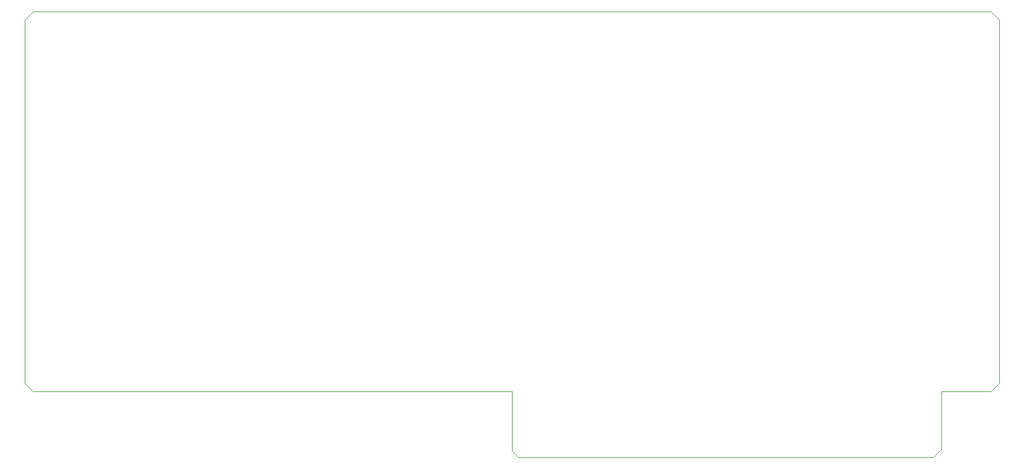
<source format=gbr>
G04 #@! TF.GenerationSoftware,KiCad,Pcbnew,(5.1.5)-3*
G04 #@! TF.CreationDate,2020-11-01T13:07:33-06:00*
G04 #@! TF.ProjectId,Aii-WiFi,4169692d-5769-4466-992e-6b696361645f,rev?*
G04 #@! TF.SameCoordinates,Original*
G04 #@! TF.FileFunction,Profile,NP*
%FSLAX46Y46*%
G04 Gerber Fmt 4.6, Leading zero omitted, Abs format (unit mm)*
G04 Created by KiCad (PCBNEW (5.1.5)-3) date 2020-11-01 13:07:33*
%MOMM*%
%LPD*%
G04 APERTURE LIST*
%ADD10C,0.120000*%
G04 APERTURE END LIST*
D10*
X247650000Y-138430000D02*
X247650000Y-129540000D01*
X246380000Y-139700000D02*
X247650000Y-138430000D01*
X182626000Y-139700000D02*
X246380000Y-139700000D01*
X181610000Y-138684000D02*
X182626000Y-139700000D01*
X181610000Y-129540000D02*
X181610000Y-138684000D01*
X107950000Y-129540000D02*
X113030000Y-129540000D01*
X106680000Y-128270000D02*
X107950000Y-129540000D01*
X106680000Y-72390000D02*
X106680000Y-128270000D01*
X107950000Y-71120000D02*
X106680000Y-72390000D01*
X255270000Y-71120000D02*
X107950000Y-71120000D01*
X256540000Y-72390000D02*
X255270000Y-71120000D01*
X256540000Y-85090000D02*
X256540000Y-72390000D01*
X113030000Y-129540000D02*
X181610000Y-129540000D01*
X256540000Y-128270000D02*
X256540000Y-85090000D01*
X255270000Y-129540000D02*
X256540000Y-128270000D01*
X247650000Y-129540000D02*
X255270000Y-129540000D01*
M02*

</source>
